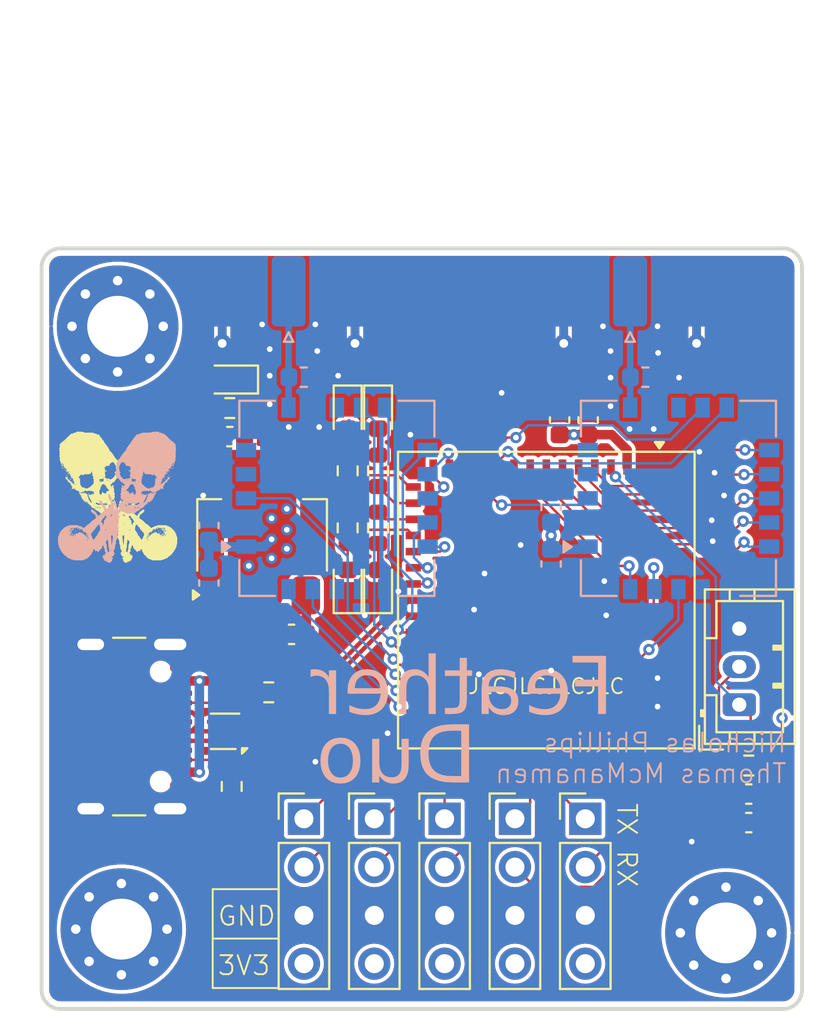
<source format=kicad_pcb>
(kicad_pcb (version 20240108) (generator "pcbnew") (generator_version "8.0")
  (layers (0 "F.Cu" signal) (1 "In1.Cu" signal) (2 "In2.Cu" signal) (31 "B.Cu" signal) (34 "B.Paste" user) (35 "F.Paste" user) (36 "B.SilkS" user "B.Silkscreen") (37 "F.SilkS" user "F.Silkscreen") (38 "B.Mask" user) (39 "F.Mask" user) (44 "Edge.Cuts" user))
  (net 0 "")
  (net 1 "GND")
  (net 2 "+3V3")
  (net 3 "/RESET")
  (net 4 "/BOOT")
  (net 5 "+5V")
  (net 6 "Net-(D101-A)")
  (net 7 "Net-(D102-A)")
  (net 8 "Net-(D103-A)")
  (net 9 "Net-(D104-A)")
  (net 11 "/D+")
  (net 13 "/D-")
  (net 16 "Net-(J201-In)")
  (net 17 "Net-(J301-In)")
  (net 18 "/E22_RXEN_1")
  (net 19 "/LED_RED")
  (net 20 "/LED_ORANGE")
  (net 21 "/LED_GREEN")
  (net 22 "/LED_BLUE")
  (net 23 "/E22_DI01_0")
  (net 24 "/E22_DI03_1")
  (net 25 "/E22_BUSY_0")
  (net 26 "/E22_TXEN_1")
  (net 27 "/E22_DI02_1")
  (net 28 "/E22_RESET_0")
  (net 29 "/E22_BUSY_1")
  (net 30 "/E22_RESET_1")
  (net 31 "/E22_CS_0")
  (net 32 "/E22_TXEN_0")
  (net 33 "/E22_CS_1")
  (net 34 "/E22_DI01_1")
  (net 35 "/E22_DI03_0")
  (net 36 "/E22_DI02_0")
  (net 37 "/E22_RXEN_0")
  (net 38 "/USB_D+")
  (net 39 "/USB_D-")
  (net 49 "Net-(D105-A)")
  (net 50 "/SPI_SCK_0")
  (net 51 "/SPI_SCK_1")
  (net 52 "/SPI_MISO_0")
  (net 53 "/SPI_MOSI_0")
  (net 54 "/SPI_MOSI_1")
  (net 55 "/SPI_MISO_1")
  (net 56 "/TX")
  (net 57 "/RX")
  (net 82 "Net-(J106-CC2)")
  (net 83 "Net-(J106-CC1)")
  (net 85 "/IO35")
  (net 86 "/IO36")
  (net 87 "/IO40")
  (net 88 "/IO39")
  (net 89 "/IO38")
  (net 90 "/IO37")
  (net 91 "/IO46")
  (net 92 "/IO41")
  (footprint "MountingHole:MountingHole_3.2mm_M3_Pad_Via" (layer "F.Cu") (at 156 89)
    (property "Reference" "H101" (hide yes))
    (property "Value" "M3" (hide yes))
  )
  (footprint "LED_SMD:LED_0603_1608Metric" (layer "F.Cu") (at 137.7 61.7 -90)
    (property "Reference" "D103" (hide yes))
    (property "Value" "GREEN LED")
  )
  (footprint "Capacitor_SMD:C_0603_1608Metric" (layer "F.Cu") (at 129.9 62.9 180)
    (property "Reference" "C106" (hide yes))
    (property "Value" "22uF")
  )
  (footprint "Resistor_SMD:R_0603_1608Metric" (layer "F.Cu") (at 137.7 64.7 90)
    (property "Reference" "R104" (hide yes))
    (property "Value" "1k")
  )
  (footprint "LED_SMD:LED_0603_1608Metric" (layer "F.Cu") (at 136.1 70.7 90)
    (property "Reference" "D101" (hide yes))
    (property "Value" "RED LED")
  )
  (footprint "Resistor_SMD:R_0603_1608Metric" (layer "F.Cu") (at 129.9 61.4 180)
    (property "Reference" "R108" (hide yes))
    (property "Value" "1k")
  )
  (footprint "Package_DFN_QFN:ST_UQFN-6L_1.5x1.7mm_P0.5mm" (layer "F.Cu") (at 129.65 78.4 180)
    (property "Reference" "U102" (hide yes))
    (property "Value" "ECMF02-2AMX6")
  )
  (footprint "Resistor_SMD:R_0603_1608Metric" (layer "F.Cu") (at 136.1 67.7 -90)
    (property "Reference" "R102" (hide yes))
    (property "Value" "1k")
  )
  (footprint "Resistor_SMD:R_0603_1608Metric" (layer "F.Cu") (at 157.2 80.2 180)
    (property "Reference" "R101" (hide yes))
    (property "Value" "20k")
  )
  (footprint "memes:doot" (layer "F.Cu") (at 124 66.1)
    (property "Reference" "G***" (hide yes))
    (property "Value" "LOGO" (hide yes))
  )
  (footprint "LED_SMD:LED_0603_1608Metric" (layer "F.Cu") (at 136.1 61.7 -90)
    (property "Reference" "D104" (hide yes))
    (property "Value" "BLUE LED")
  )
  (footprint "Capacitor_SMD:C_0603_1608Metric" (layer "F.Cu") (at 147.25 62.025 -90)
    (property "Reference" "C102" (hide yes))
    (property "Value" "0.1uF")
  )
  (footprint "LED_SMD:LED_0603_1608Metric" (layer "F.Cu") (at 129.9 59.9 180)
    (property "Reference" "D105" (hide yes))
    (property "Value" "RED LED")
  )
  (footprint "Resistor_SMD:R_0603_1608Metric" (layer "F.Cu") (at 131.95 76.35)
    (property "Reference" "R106" (hide yes))
    (property "Value" "5.1k")
  )
  (footprint "Connector_PinHeader_2.54mm:PinHeader_1x04_P2.54mm_Vertical" (layer "F.Cu") (at 144.9 83)
    (property "Reference" "J105" (hide yes))
    (property "Value" "Conn_01x04")
  )
  (footprint "Connector_PinHeader_2.54mm:PinHeader_1x04_P2.54mm_Vertical" (layer "F.Cu") (at 148.6 83)
    (property "Reference" "J107" (hide yes))
    (property "Value" "Conn_01x04")
  )
  (footprint "Capacitor_SMD:C_0603_1608Metric" (layer "F.Cu") (at 133.15 73.3 180)
    (property "Reference" "C105" (hide yes))
    (property "Value" "10uF")
  )
  (footprint "Connector_PinHeader_2.54mm:PinHeader_1x04_P2.54mm_Vertical" (layer "F.Cu") (at 137.5 83)
    (property "Reference" "J102" (hide yes))
    (property "Value" "Conn_01x04")
  )
  (footprint "Capacitor_SMD:C_0603_1608Metric" (layer "F.Cu") (at 148.75 62.025 -90)
    (property "Reference" "C101" (hide yes))
    (property "Value" "22uF")
  )
  (footprint "Resistor_SMD:R_0603_1608Metric" (layer "F.Cu") (at 136.1 64.7 90)
    (property "Reference" "R105" (hide yes))
    (property "Value" "1k")
  )
  (footprint "Resistor_SMD:R_0603_1608Metric" (layer "F.Cu") (at 130 81.3 -90)
    (property "Reference" "R107" (hide yes))
    (property "Value" "5.1k")
  )
  (footprint "Connector_USB:USB_C_Receptacle_GCT_USB4105-xx-A_16P_TopMnt_Horizontal" (layer "F.Cu") (at 123.66 78.15 -90)
    (property "Reference" "J106" (hide yes))
    (property "Value" "USB4105-GF-A")
  )
  (footprint "Resistor_SMD:R_0603_1608Metric" (layer "F.Cu") (at 137.7 67.7 -90)
    (property "Reference" "R103" (hide yes))
    (property "Value" "1k")
  )
  (footprint "Connector_PinHeader_2.54mm:PinHeader_1x04_P2.54mm_Vertical" (layer "F.Cu") (at 133.8 83)
    (property "Reference" "J101" (hide yes))
    (property "Value" "Conn_01x04")
  )
  (footprint "LED_SMD:LED_0603_1608Metric" (layer "F.Cu") (at 137.7 70.7 90)
    (property "Reference" "D102" (hide yes))
    (property "Value" "ORANGE LED")
  )
  (footprint "Package_TO_SOT_SMD:SOT-223-3_TabPin2" (layer "F.Cu") (at 131.6 68.1 90)
    (property "Reference" "U103" (hide yes))
    (property "Value" "AMS1117-3.3")
  )
  (footprint "Connector_PinHeader_2.54mm:PinHeader_1x04_P2.54mm_Vertical" (layer "F.Cu") (at 141.2 83)
    (property "Reference" "J104" (hide yes))
    (property "Value" "Conn_01x04")
  )
  (footprint "Capacitor_SMD:C_0603_1608Metric" (layer "F.Cu") (at 157.2 83.2)
    (property "Reference" "C104" (hide yes))
    (property "Value" "1uF")
  )
  (footprint "MountingHole:MountingHole_3.2mm_M3_Pad_Via" (layer "F.Cu") (at 124.197056 88.802944)
    (property "Reference" "H103" (hide yes))
    (property "Value" "M3" (hide yes))
  )
  (footprint "Connector_JST:JST_PH_B3B-PH-K_1x03_P2.00mm_Vertical" (layer "F.Cu") (at 156.7 77 90)
    (property "Reference" "J103" (hide yes))
    (property "Value" "Conn_01x03")
  )
  (footprint "MountingHole:MountingHole_3.2mm_M3_Pad_Via" (layer "F.Cu") (at 124 57.1)
    (property "Reference" "H102" (hide yes))
    (property "Value" "M3")
  )
  (footprint "Capacitor_SMD:C_0603_1608Metric" (layer "F.Cu") (at 157.2 81.7)
    (property "Reference" "C103" (hide yes))
    (property "Value" "1uF")
  )
  (footprint "RF_Module:ESP32-S2-MINI-1U" (layer "F.Cu") (at 146.55 71.5 -90)
    (property "Reference" "U101" (hide yes))
    (property "Value" "ESP32-S3-MINI-1U")
  )
  (footprint "Capacitor_SMD:C_0603_1608Metric" (layer "B.Cu") (at 128.8 70.6 -90)
    (property "Reference" "C302" (hide yes))
    (property "Value" "10nF")
  )
  (footprint "Capacitor_SMD:C_0603_1608Metric" (layer "B.Cu") (at 146.8 66.625 90)
    (property "Reference" "C201" (hide yes))
    (property "Value" "10uF")
  )
  (footprint "memes:doot" (layer "B.Cu") (at 124 66.1 180)
    (property "Reference" "G***" (hide yes))
    (property "Value" "LOGO" (hide yes))
  )
  (footprint "Connector_Coaxial:SMA_Molex_73251-2120_EdgeMount_Horizontal" (layer "B.Cu") (at 150.96 55.015 90)
    (property "Reference" "J201" (hide yes))
    (property "Value" "SMA")
  )
  (footprint "Inductor_SMD:L_0603_1608Metric" (layer "B.Cu") (at 133.7925 59.775)
    (property "Reference" "L301" (hide yes))
    (property "Value" "330nH")
  )
  (footprint "Inductor_SMD:L_0603_1608Metric" (layer "B.Cu") (at 151.76 59.775)
    (property "Reference" "L201" (hide yes))
    (property "Value" "330nH")
  )
  (footprint "RF_Module_Ebyte:E22-400MM22S" (layer "B.Cu") (at 135.5325 66.1478)
    (property "Reference" "U301" (hide yes))
    (property "Value" "E22-400MM22S")
  )
  (footprint "Capacitor_SMD:C_0603_1608Metric" (layer "B.Cu") (at 128.8 67.575 90)
    (property "Reference" "C301" (hide yes))
    (property "Value" "10uF")
  )
  (footprint "Connector_Coaxial:SMA_Molex_73251-2120_EdgeMount_Horizontal" (layer "B.Cu") (at 132.9925 55.015 90)
    (property "Reference" "J301" (hide yes))
    (property "Value" "SMA")
  )
  (footprint "RF_Module_Ebyte:E22-400MM22S" (layer "B.Cu") (at 153.5 66.1478)
    (property "Reference" "U201" (hide yes))
    (property "Value" "E22-400MM22S")
  )
  (footprint "Capacitor_SMD:C_0603_1608Metric" (layer "B.Cu") (at 146.8 69.6 -90)
    (property "Reference" "C202" (hide yes))
    (property "Value" "10nF")
  )
  (gr_line (start 129 86.7) (end 132.4 86.7) (stroke (width 0.1)) (layer "F.SilkS"))
  (gr_line (start 132.4 89.3) (end 129 89.3) (stroke (width 0.1)) (layer "F.SilkS"))
  (gr_line (start 129 86.7) (end 129 89.3) (stroke (width 0.1)) (layer "F.SilkS"))
  (gr_line (start 132.4 91.9) (end 129 91.9) (stroke (width 0.1)) (layer "F.SilkS"))
  (gr_line (start 129 89.3) (end 129 91.9) (stroke (width 0.1)) (layer "F.SilkS"))
  (gr_line (start 160 92) (end 160 54) (stroke (width 0.2)) (layer "Edge.Cuts"))
  (gr_line (start 120 54) (end 120 92) (stroke (width 0.2)) (layer "Edge.Cuts"))
  (gr_line (start 121 93) (end 159 93) (stroke (width 0.2)) (layer "Edge.Cuts"))
  (gr_line (start 159 53) (end 121 53) (stroke (width 0.2)) (layer "Edge.Cuts"))
  (gr_arc (start 121 93) (mid 120.292893 92.707107) (end 120 92) (stroke (width 0.2)) (layer "Edge.Cuts"))
  (gr_arc (start 120 54) (mid 120.292893 53.292893) (end 121 53) (stroke (width 0.2)) (layer "Edge.Cuts"))
  (gr_arc (start 160 92) (mid 159.707107 92.707107) (end 159 93) (stroke (width 0.2)) (layer "Edge.Cuts"))
  (gr_arc (start 159 53) (mid 159.707107 53.292893) (end 160 54) (stroke (width 0.2)) (layer "Edge.Cuts"))
  (gr_text "Duo" (at 142.9 81.6 0) (layer "B.SilkS") (effects (font (size 3 3) (thickness 0.1)) (justify left bottom mirror)))
  (gr_text "Nicholas Phillips\nThomas McManamen" (at 159.25 81.2 0) (layer "B.SilkS") (effects (font (size 1 1) (thickness 0.1)) (justify left bottom mirror)))
  (gr_text "Feather" (at 150.1 78 0) (layer "B.SilkS") (effects (font (size 3 3) (thickness 0.1)) (justify left bottom mirror)))
  (gr_text "3V3\n" (at 129.2 91.3 -0) (layer "F.SilkS") (effects (font (size 1 1) (thickness 0.1)) (justify left bottom)))
  (gr_text "TX RX" (at 150.2 82.1 -90) (layer "F.SilkS") (effects (font (size 1 1) (thickness 0.1)) (justify left bottom)))
  (gr_text "JLCJLCJLCJLC" (at 146.55 76.5 0) (layer "F.SilkS") (effects (font (size 0.8 0.8) (thickness 0.1)) (justify bottom)))
  (gr_text "GND" (at 129.2 88.7 -0) (layer "F.SilkS") (effects (font (size 1 1) (thickness 0.1)) (justify left bottom)))
  (via (at 155.3 68.4) (size 0.6) (drill 0.3) (layers "F.Cu" "B.Cu") (net 1))
  (via (at 152.4 75.6) (size 0.6) (drill 0.3) (layers "F.Cu" "B.Cu") (net 1))
  (via (at 134.5 58.4) (size 0.6) (drill 0.3) (layers "F.Cu" "B.Cu") (net 1))
  (via (at 132 61.2) (size 0.6) (drill 0.3) (layers "F.Cu" "B.Cu") (net 1))
  (via (at 149.53 57.1) (size 0.6) (drill 0.3) (layers "F.Cu" "B.Cu") (net 1))
  (via (at 144.2 60.6) (size 0.6) (drill 0.3) (layers "F.Cu" "B.Cu") (net 1))
  (via (at 152.2 62.5) (size 0.6) (drill 0.3) (layers "F.Cu" "B.Cu") (net 1))
  (via (at 154.6 63.7) (size 0.6) (drill 0.3) (layers "F.Cu" "B.Cu") (net 1))
  (via (at 154.2 84.2) (size 0.6) (drill 0.3) (layers "F.Cu" "B.Cu") (net 1))
  (via (at 149.7 72.3) (size 0.6) (drill 0.3) (layers "F.Cu" "B.Cu") (net 1))
  (via (at 150.93 62.5) (size 0.6) (drill 0.3) (layers "F.Cu" "B.Cu") (net 1))
  (via (at 153.53 59.8) (size 0.6) (drill 0.3) (layers "F.Cu" "B.Cu") (net 1))
  (via (at 132 58.3) (size 0.6) (drill 0.3) (layers "F.Cu" "B.Cu") (net 1))
  (via (at 149.93 58.4) (size 0.6) (drill 0.3) (layers "F.Cu" "B.Cu") (net 1))
  (via (at 142.75 72) (size 0.6) (drill 0.3) (layers "F.Cu" "B.Cu") (net 1))
  (via (at 134.4 80) (size 0.6) (drill 0.3) (layers "F.Cu" "B.Cu") (net 1))
  (via (at 143 75.4) (size 0.6) (drill 0.3) (layers "F.Cu" "B.Cu") (net 1))
  (via (at 152.43 58.5) (size 0.6) (drill 0.3) (layers "F.Cu" "B.Cu") (net 1))
  (via (at 155.9 66) (size 0.6) (drill 0.3) (layers "F.Cu" "B.Cu") (net 1))
  (via (at 128.5 66) (size 0.6) (drill 0.3) (layers "F.Cu" "B.Cu") (net 1))
  (via (at 145.2 68.6) (size 0.6) (drill 0.3) (layers "F.Cu" "B.Cu") (net 1))
  (via (at 155.25 67.3) (size 0.6) (drill 0.3) (layers "F.Cu" "B.Cu") (net 1))
  (via (at 135.6 59.7) (size 0.6) (drill 0.3) (layers "F.Cu" "B.Cu") (net 1))
  (via (at 149.93 61.3) (size 0.6) (drill 0.3) (layers "F.Cu" "B.Cu") (net 1))
  (via (at 137 72.3) (size 0.6) (drill 0.3) (layers "F.Cu" "B.Cu") (net 1))
  (via (at 149.6 70.5) (size 0.6) (drill 0.3) (layers "F.Cu" "B.Cu") (net 1))
  (via (at 143.3 70.1) (size 0.6) (drill 0.3) (layers "F.Cu" "B.Cu") (net 1))
  (via (at 134.4 57) (size 0.6) (drill 0.3) (layers "F.Cu" "B.Cu") (net 1))
  (via (at 133 62.4) (size 0.6) (drill 0.3) (layers "F.Cu" "B.Cu") (net 1))
  (via (at 132 59.7) (size 0.6) (drill 0.3) (layers "F.Cu" "B.Cu") (net 1))
  (via (at 146.8 75.2) (size 0.6) (drill 0.3) (layers "F.Cu" "B.Cu") (net 1))
  (via (at 155.4 64.8) (size 0.6) (drill 0.3) (layers "F.Cu" "B.Cu") (net 1))
  (via (at 138.2 78.5) (size 0.6) (drill 0.3) (layers "F.Cu" "B.Cu") (net 1))
  (via (at 134.6 62.4) (size 0.6) (drill 0.3) (layers "F.Cu" "B.Cu") (net 1))
  (via (at 131.6 57) (size 0.6) (drill 0.3) (layers "F.Cu" "B.Cu") (net 1))
  (via (at 138.766615 71.038007) (size 0.6) (drill 0.3) (layers "F.Cu" "B.Cu") (net 1))
  (via (at 149.93 59.8) (size 0.6) (drill 0.3) (layers "F.Cu" "B.Cu") (net 1))
  (via (at 152.4 77.1) (size 0.6) (drill 0.3) (layers "F.Cu" "B.Cu") (net 1))
  (via (at 152.4 57.1) (size 0.6) (drill 0.3) (layers "F.Cu" "B.Cu") (net 1))
  (via (at 139.4 62.8) (size 0.6) (drill 0.3) (layers "F.Cu" "B.Cu") (net 1))
  (segment (start 150.8 63.6) (end 150.8 64.5) (width 0.5) (layer "F.Cu") (net 2))
  (segment (start 130.675 62.9) (end 130.675 61.425) (width 0.5) (layer "F.Cu") (net 2))
  (segment (start 130.675 64.025) (end 131.6 64.95) (width 0.5) (layer "F.Cu") (net 2))
  (segment (start 130.675 62.9) (end 130.675 64.025) (width 0.5) (layer "F.Cu") (net 2))
  (segment (start 130.675 61.425) (end 130.7 61.4) (width 0.127) (layer "F.Cu") (net 2))
  (segment (start 158.95 77.7) (end 158.95 79.275) (width 0.127) (layer "F.Cu") (net 2))
  (segment (start 158.95 79.275) (end 158.025 80.2) (width 0.127) (layer "F.Cu") (net 2))
  (segment (start 148 62.8) (end 148.75 62.8) (width 0.5) (layer "F.Cu") (net 2))
  (segment (start 150 62.8) (end 150.8 63.6) (width 0.5) (layer "F.Cu") (net 2))
  (segment (start 147.25 62.8) (end 148 62.8) (width 0.5) (layer "F.Cu") (net 2))
  (segment (start 148.75 62.8) (end 150 62.8) (width 0.5) (layer "F.Cu") (net 2))
  (via (at 158.95 77.7) (size 0.6) (drill 0.3) (layers "F.Cu" "B.Cu") (net 2))
  (via (at 132.1 69.3) (size 0.6) (drill 0.3) (layers "F.Cu" "B.Cu") (net 2))
  (via (at 132.9 67.8) (size 0.6) (drill 0.3) (layers "F.Cu" "B.Cu") (net 2))
  (via (at 146.8 68.1) (size 0.6) (drill 0.3) (layers "F.Cu" "B.Cu") (net 2))
  (via (at 132.1 67.2) (size 0.6) (drill 0.3) (layers "F.Cu" "B.Cu") (net 2))
  (via (at 148 62.8) (size 0.6) (drill 0.3) (layers "F.Cu" "B.Cu") (net 2))
  (via (at 132.9 68.8) (size 0.6) (drill 0.3) (layers "F.Cu" "B.Cu") (net 2))
  (via (at 132.9 66.7) (size 0.6) (drill 0.3) (layers "F.Cu" "B.Cu") (net 2))
  (via (at 130.9 69.7) (size 0.6) (drill 0.3) (layers "F.Cu" "B.Cu") (net 2))
  (via (at 132.1 68.3) (size 0.6) (drill 0.3) (layers "F.Cu" "B.Cu") (net 2))
  (segment (start 146.8 68.825) (end 148.59 68.825) (width 0.5) (layer "B.Cu") (net 2))
  (segment (start 146.8 68.1) (end 146.8 68.825) (width 0.5) (layer "B.Cu") (net 2))
  (segment (start 131.7122 68.6878) (end 132.1 68.3) (width 0.5) (layer "B.Cu") (net 2))
  (segment (start 128.8 69.825) (end 128.8 68.35) (width 0.5) (layer "B.Cu") (net 2))
  (segment (start 130.7597 68.6878) (end 131.7122 68.6878) (width 0.5) (layer "B.Cu") (net 2))
  (segment (start 130.7475 68.7) (end 130.7597 68.6878) (width 0.5) (layer "B.Cu") (net 2))
  (segment (start 129.15 68.7) (end 130.7475 68.7) (width 0.5) (layer "B.Cu") (net 2))
  (segment (start 146.8 68.1) (end 146.8 67.4) (width 0.5) (layer "B.Cu") (net 2))
  (segment (start 128.8 68.35) (end 129.15 68.7) (width 0.5) (layer "B.Cu") (net 2))
  (segment (start 148.59 68.825) (end 148.7272 68.6878) (width 0.5) (layer "B.Cu") (net 2))
  (segment (start 155.6345 79.4595) (end 156.375 80.2) (width 0.127) (layer "F.Cu") (net 3))
  (segment (start 156.375 80.2) (end 156.375 80.275) (width 0.127) (layer "F.Cu") (net 3))
  (segment (start 156.7 75) (end 155.6345 76.0655) (width 0.127) (layer "F.Cu") (net 3))
  (segment (start 155.6345 76.0655) (end 155.6345 79.4595) (width 0.127) (layer "F.Cu") (net 3))
  (segment (start 152.5 78.631) (end 152.5 78.5) (width 0.127) (layer "F.Cu") (net 3))
  (segment (start 154.069 80.2) (end 152.5 78.631) (width 0.127) (layer "F.Cu") (net 3))
  (segment (start 156.375 80.275) (end 156.425 80.325) (width 0.127) (layer "F.Cu") (net 3))
  (segment (start 156.375 80.2) (end 154.069 80.2) (width 0.127) (layer "F.Cu") (net 3))
  (segment (start 156.425 80.325) (end 156.425 81.7) (width 0.127) (layer "F.Cu") (net 3))
  (segment (start 156.7 77) (end 157.3 77.6) (width 0.127) (layer "F.Cu") (net 4))
  (segment (start 149.95 64.5) (end 149.95 64.772224) (width 0.127) (layer "F.Cu") (net 4))
  (segment (start 157.3 77.6) (end 157.3 82.325) (width 0.127) (layer "F.Cu") (net 4))
  (segment (start 157.3 82.325) (end 156.425 83.2) (width 0.127) (layer "F.Cu") (net 4))
  (segment (start 149.95 64.772224) (end 150.187277 65.009501) (width 0.127) (layer "F.Cu") (net 4))
  (via (at 150.187277 65.009501) (size 0.6) (drill 0.3) (layers "F.Cu" "B.Cu") (net 4))
  (segment (start 155.4681 70.290324) (end 155.4681 75.7681) (width 0.127) (layer "B.Cu") (net 4))
  (segment (start 150.187277 65.009501) (end 155.4681 70.290324) (width 0.127) (layer "B.Cu") (net 4))
  (segment (start 155.4681 75.7681) (end 156.7 77) (width 0.127) (layer "B.Cu") (net 4))
  (segment (start 128.3 75.75) (end 127.34 75.75) (width 0.5) (layer "F.Cu") (net 5))
  (segment (start 132.325 74.9) (end 133.925 73.3) (width 0.5) (layer "F.Cu") (net 5))
  (segment (start 128.3 75.75) (end 129.9 75.75) (width 0.5) (layer "F.Cu") (net 5))
  (segment (start 127.34 80.55) (end 128.3 80.55) (width 0.5) (layer "F.Cu") (net 5))
  (segment (start 133.925 73.3) (end 133.925 71.275) (width 0.5) (layer "F.Cu") (net 5))
  (segment (start 129.9 75.75) (end 130.75 74.9) (width 0.5) (layer "F.Cu") (net 5))
  (segment (start 133.925 71.275) (end 133.9 71.25) (width 0.5) (layer "F.Cu") (net 5))
  (segment (start 130.75 74.9) (end 132.325 74.9) (width 0.5) (layer "F.Cu") (net 5))
  (via (at 128.3 80.55) (size 0.6) (drill 0.3) (layers "F.Cu" "B.Cu") (net 5))
  (via (at 128.3 75.75) (size 0.6) (drill 0.3) (layers "F.Cu" "B.Cu") (net 5))
  (segment (start 128.3 80.55) (end 128.3 75.75) (width 0.5) (layer "B.Cu") (net 5))
  (segment (start 136.1 69.9125) (end 136.1 68.525) (width 0.127) (layer "F.Cu") (net 6))
  (segment (start 137.7 69.9125) (end 137.7 68.525) (width 0.127) (layer "F.Cu") (net 7))
  (segment (start 137.7 63.875) (end 137.7 62.4875) (width 0.127) (layer "F.Cu") (net 8))
  (segment (start 136.1 63.875) (end 136.1 62.4875) (width 0.127) (layer "F.Cu") (net 9))
  (segment (start 126.5 78.658) (end 126.742 78.9) (width 0.23) (layer "F.Cu") (net 11))
  (segment (start 127.35 77.9) (end 126.775001 77.9) (width 0.23) (layer "F.Cu") (net 11))
  (segment (start 126.5 78.175001) (end 126.5 78.658) (width 0.23) (layer "F.Cu") (net 11))
  (segment (start 126.742 78.9) (end 129 78.9) (width 0.23) (layer "F.Cu") (net 11))
  (segment (start 126.775001 77.9) (end 126.5 78.175001) (width 0.23) (layer "F.Cu") (net 11))
  (segment (start 127.35 77.4) (end 127.924999 77.4) (width 0.23) (layer "F.Cu") (net 13))
  (segment (start 128.167 78.108384) (end 127.875384 78.4) (width 0.23) (layer "F.Cu") (net 13))
  (segment (start 127.875384 78.4) (end 129 78.4) (width 0.23) (layer "F.Cu") (net 13))
  (segment (start 127.34 78.4) (end 127.875384 78.4) (width 0.23) (layer "F.Cu") (net 13))
  (segment (start 127.924999 77.4) (end 128.167 77.642001) (width 0.23) (layer "F.Cu") (net 13))
  (segment (start 128.167 77.642001) (end 128.167 78.108384) (width 0.23) (layer "F.Cu") (net 13))
  (segment (start 150.96 61.375) (end 150.96 55.265) (width 0.3493) (layer "B.Cu") (net 16))
  (segment (start 132.9925 61.375) (end 132.9925 55.265) (width 0.3493) (layer "B.Cu") (net 17))
  (segment (start 138.9 73.2) (end 138.759471 73.059471) (width 0.127) (layer "F.Cu") (net 18))
  (segment (start 139.55 73.2) (end 138.9 73.2) (width 0.127) (layer "F.Cu") (net 18))
  (via (at 138.759471 73.059471) (size 0.6) (drill 0.3) (layers "F.Cu" "B.Cu") (net 18))
  (segment (start 138.759471 73.059471) (end 139.5 72.318942) (width 0.127) (layer "B.Cu") (net 18))
  (segment (start 139.5 72.318942) (end 139.5 70.5) (width 0.127) (layer "B.Cu") (net 18))
  (segment (start 139.5 70.5) (end 138.25 69.25) (width 0.127) (layer "B.Cu") (net 18))
  (segment (start 138.25 61.5525) (end 138.0725 61.375) (width 0.127) (layer "B.Cu") (net 18))
  (segment (start 138.25 69.25) (end 138.25 61.5525) (width 0.127) (layer "B.Cu") (net 18))
  (segment (start 137.025 67.8) (end 136.1 66.875) (width 0.127) (layer "F.Cu") (net 19))
  (segment (start 139.25 67.8) (end 137.025 67.8) (width 0.127) (layer "F.Cu") (net 19))
  (segment (start 139.55 68.1) (end 139.25 67.8) (width 0.127) (layer "F.Cu") (net 19))
  (segment (start 139.55 67.25) (end 138.075 67.25) (width 0.127) (layer "F.Cu") (net 20))
  (segment (start 138.075 67.25) (end 137.7 66.875) (width 0.127) (layer "F.Cu") (net 20))
  (segment (start 139.55 66.4) (end 138.575 66.4) (width 0.127) (layer "F.Cu") (net 21))
  (segment (start 138.575 66.4) (end 137.7 65.525) (width 0.127) (layer "F.Cu") (net 21))
  (segment (start 139.35 65.55) (end 138.7345 64.9345) (width 0.127) (layer "F.Cu") (net 22))
  (segment (start 136.6905 64.9345) (end 136.1 65.525) (width 0.127) (layer "F.Cu") (net 22))
  (segment (start 139.55 65.55) (end 139.35 65.55) (width 0.127) (layer "F.Cu") (net 22))
  (segment (start 138.7345 64.9345) (end 136.6905 64.9345) (width 0.127) (layer "F.Cu") (net 22))
  (segment (start 150.9 69.7) (end 149.9 69.7) (width 0.127) (layer "F.Cu") (net 23))
  (segment (start 144.85 64.65) (end 144.85 64.5) (width 0.127) (layer "F.Cu") (net 23))
  (segment (start 149.9 69.7) (end 144.85 64.65) (width 0.127) (layer "F.Cu") (net 23))
  (via (at 150.9 69.7) (size 0.6) (drill 0.3) (layers "F.Cu" "B.Cu") (net 23))
  (segment (start 150.96 69.76) (end 150.9 69.7) (width 0.127) (layer "B.Cu") (net 23))
  (segment (start 150.96 70.9206) (end 150.96 69.76) (width 0.127) (layer "B.Cu") (net 23))
  (segment (start 139.55 75.75) (end 138.95 75.75) (width 0.127) (layer "F.Cu") (net 24))
  (segment (start 138.95 75.75) (end 138.6 75.4) (width 0.127) (layer "F.Cu") (net 24))
  (via (at 138.6 75.4) (size 0.6) (drill 0.3) (layers "F.Cu" "B.Cu") (net 24))
  (segment (start 135.5325 72.3325) (end 135.5325 70.9206) (width 0.127) (layer "B.Cu") (net 24))
  (segment (start 138.6 75.4) (end 135.5325 72.3325) (width 0.127) (layer "B.Cu") (net 24))
  (segment (start 152.619 65.5) (end 152.9595 65.1595) (width 0.127) (layer "F.Cu") (net 25))
  (segment (start 149.9 65.5) (end 152.619 65.5) (width 0.127) (layer "F.Cu") (net 25))
  (segment (start 149.1 64.7) (end 149.9 65.5) (width 0.127) (layer "F.Cu") (net 25))
  (segment (start 155.631 63.6) (end 157 63.6) (width 0.127) (layer "F.Cu") (net 25))
  (segment (start 152.9595 65.1595) (end 154.0715 65.1595) (width 0.127) (layer "F.Cu") (net 25))
  (segment (start 154.0715 65.1595) (end 155.631 63.6) (width 0.127) (layer "F.Cu") (net 25))
  (segment (start 149.1 64.5) (end 149.1 64.7) (width 0.127) (layer "F.Cu") (net 25))
  (via (at 157 63.6) (size 0.6) (drill 0.3) (layers "F.Cu" "B.Cu") (net 25))
  (segment (start 157 63.6) (end 157.0078 63.6078) (width 0.127) (layer "B.Cu") (net 25))
  (segment (start 157.0078 63.6078) (end 158.2728 63.6078) (width 0.127) (layer "B.Cu") (net 25))
  (segment (start 138.75 74.05) (end 138.4 73.7) (width 0.127) (layer "F.Cu") (net 26))
  (segment (start 139.55 74.05) (end 138.75 74.05) (width 0.127) (layer "F.Cu") (net 26))
  (via (at 138.4 73.7) (size 0.6) (drill 0.3) (layers "F.Cu" "B.Cu") (net 26))
  (segment (start 138.4 73.7) (end 137.5006 72.8006) (width 0.127) (layer "B.Cu") (net 26))
  (segment (start 137.5006 72.8006) (end 137.5006 62.0731) (width 0.127) (layer "B.Cu") (net 26))
  (segment (start 137.5006 62.0731) (end 136.8025 61.375) (width 0.127) (layer "B.Cu") (net 26))
  (segment (start 138.993672 76.6) (end 138.646836 76.253164) (width 0.127) (layer "F.Cu") (net 27))
  (segment (start 139.55 76.6) (end 138.993672 76.6) (width 0.127) (layer "F.Cu") (net 27))
  (via (at 138.646836 76.253164) (size 0.6) (drill 0.3) (layers "F.Cu" "B.Cu") (net 27))
  (segment (start 134.2625 71.868828) (end 134.2625 70.9206) (width 0.127) (layer "B.Cu") (net 27))
  (segment (start 138.646836 76.253164) (end 134.2625 71.868828) (width 0.127) (layer "B.Cu") (net 27))
  (segment (start 144.2 66.5) (end 144.1 66.5) (width 0.127) (layer "F.Cu") (net 28))
  (segment (start 142.3 64.7) (end 142.3 64.5) (width 0.127) (layer "F.Cu") (net 28))
  (segment (start 144.1 66.5) (end 142.3 64.7) (width 0.127) (layer "F.Cu") (net 28))
  (via (at 144.2 66.5) (size 0.6) (drill 0.3) (layers "F.Cu" "B.Cu") (net 28))
  (segment (start 148.6794 66.1) (end 148.7272 66.1478) (width 0.127) (layer "B.Cu") (net 28))
  (segment (start 144.2095 66.4905) (end 148.3845 66.4905) (width 0.127) (layer "B.Cu") (net 28))
  (segment (start 144.2 66.5) (end 144.2095 66.4905) (width 0.127) (layer "B.Cu") (net 28))
  (segment (start 148.3845 66.4905) (end 148.7272 66.1478) (width 0.127) (layer "B.Cu") (net 28))
  (segment (start 140.25 70.65) (end 140.3 70.6) (width 0.127) (layer "F.Cu") (net 29))
  (segment (start 139.55 70.65) (end 140.25 70.65) (width 0.127) (layer "F.Cu") (net 29))
  (via (at 140.3 70.6) (size 0.6) (drill 0.3) (layers "F.Cu" "B.Cu") (net 29))
  (segment (start 140.3 70.6) (end 139 69.3) (width 0.127) (layer "B.Cu") (net 29))
  (segment (start 139 64.9131) (end 140.3053 63.6078) (width 0.127) (layer "B.Cu") (net 29))
  (segment (start 139 69.3) (end 139 64.9131) (width 0.127) (layer "B.Cu") (net 29))
  (segment (start 139.55 74.9) (end 138.8 74.9) (width 0.127) (layer "F.Cu") (net 30))
  (segment (start 138.8 74.9) (end 138.5 74.6) (width 0.127) (layer "F.Cu") (net 30))
  (via (at 138.5 74.6) (size 0.6) (drill 0.3) (layers "F.Cu" "B.Cu") (net 30))
  (segment (start 133.041472 66.1478) (end 130.7597 66.1478) (width 0.127) (layer "B.Cu") (net 30))
  (segment (start 136.1044 69.210728) (end 133.041472 66.1478) (width 0.127) (layer "B.Cu") (net 30))
  (segment (start 136.1044 72.2044) (end 136.1044 69.210728) (width 0.127) (layer "B.Cu") (net 30))
  (segment (start 138.5 74.6) (end 136.1044 72.2044) (width 0.127) (layer "B.Cu") (net 30))
  (segment (start 154.1 67.7095) (end 154.2405 67.85) (width 0.127) (layer "F.Cu") (net 31))
  (segment (start 146.55 64.631) (end 149.6285 67.7095) (width 0.127) (layer "F.Cu") (net 31))
  (segment (start 146.55 64.5) (end 146.55 64.631) (width 0.127) (layer "F.Cu") (net 31))
  (segment (start 156.4 67.85) (end 156.9 67.35) (width 0.127) (layer "F.Cu") (net 31))
  (segment (start 149.6285 67.7095) (end 154.1 67.7095) (width 0.127) (layer "F.Cu") (net 31))
  (segment (start 154.2405 67.85) (end 156.4 67.85) (width 0.127) (layer "F.Cu") (net 31))
  (via (at 156.9 67.35) (size 0.6) (drill 0.3) (layers "F.Cu" "B.Cu") (net 31))
  (segment (start 156.9 67.35) (end 156.9678 67.4178) (width 0.127) (layer "B.Cu") (net 31))
  (segment (start 156.9678 67.4178) (end 158.2728 67.4178) (width 0.127) (layer "B.Cu") (net 31))
  (segment (start 143.15 64.3) (end 144.5 62.95) (width 0.127) (layer "F.Cu") (net 32))
  (segment (start 144.5 62.95) (end 144.95 62.95) (width 0.127) (layer "F.Cu") (net 32))
  (segment (start 143.15 64.5) (end 143.15 64.3) (width 0.127) (layer "F.Cu") (net 32))
  (via (at 144.95 62.95) (size 0.6) (drill 0.3) (layers "F.Cu" "B.Cu") (net 32))
  (segment (start 144.95 62.95) (end 145.5905 62.3095) (width 0.127) (layer "B.Cu") (net 32))
  (segment (start 153.095 63.05) (end 154.77 61.375) (width 0.127) (layer "B.Cu") (net 32))
  (segment (start 150.045828 62.3095) (end 150.786328 63.05) (width 0.127) (layer "B.Cu") (net 32))
  (segment (start 150.786328 63.05) (end 153.095 63.05) (width 0.127) (layer "B.Cu") (net 32))
  (segment (start 145.5905 62.3095) (end 150.045828 62.3095) (width 0.127) (layer "B.Cu") (net 32))
  (segment (start 139.55 69.8) (end 140.3 69.8) (width 0.127) (layer "F.Cu") (net 33))
  (via (at 140.3 69.8) (size 0.6) (drill 0.3) (layers "F.Cu" "B.Cu") (net 33))
  (segment (start 139.583801 68.139299) (end 140.3053 67.4178) (width 0.127) (layer "B.Cu") (net 33))
  (segment (start 140.124101 69.8) (end 139.583801 69.2597) (width 0.127) (layer "B.Cu") (net 33))
  (segment (start 139.583801 69.2597) (end 139.583801 68.139299) (width 0.127) (layer "B.Cu") (net 33))
  (segment (start 140.3 69.8) (end 140.124101 69.8) (width 0.127) (layer "B.Cu") (net 33))
  (segment (start 139.15 77.45) (end 138.8 77.1) (width 0.127) (layer "F.Cu") (net 34))
  (segment (start 139.55 77.45) (end 139.15 77.45) (width 0.127) (layer "F.Cu") (net 34))
  (via (at 138.8 77.1) (size 0.6) (drill 0.3) (layers "F.Cu" "B.Cu") (net 34))
  (segment (start 132.9925 71.2925) (end 132.9925 70.9206) (width 0.127) (layer "B.Cu") (net 34))
  (segment (start 138.8 77.1) (end 132.9925 71.2925) (width 0.127) (layer "B.Cu") (net 34))
  (segment (start 149.1 76.95) (end 151.95 74.1) (width 0.127) (layer "F.Cu") (net 35))
  (segment (start 149.1 78.5) (end 149.1 76.95) (width 0.127) (layer "F.Cu") (net 35))
  (via (at 151.95 74.1) (size 0.6) (drill 0.3) (layers "F.Cu" "B.Cu") (net 35))
  (segment (start 153.5 72.55) (end 153.5 70.9206) (width 0.127) (layer "B.Cu") (net 35))
  (segment (start 151.95 74.1) (end 153.5 72.55) (width 0.127) (layer "B.Cu") (net 35))
  (segment (start 146.55 78.3) (end 152.2 72.65) (width 0.127) (layer "F.Cu") (net 36))
  (segment (start 152.2 72.65) (end 152.2 69.8) (width 0.127) (layer "F.Cu") (net 36))
  (segment (start 146.55 78.5) (end 146.55 78.3) (width 0.127) (layer "F.Cu") (net 36))
  (via (at 152.2 69.8) (size 0.6) (drill 0.3) (layers "F.Cu" "B.Cu") (net 36))
  (segment (start 152.2 70.8906) (end 152.23 70.9206) (width 0.127) (layer "B.Cu") (net 36))
  (segment (start 152.2 69.8) (end 152.2 70.8906) (width 0.127) (layer "B.Cu") (net 36))
  (segment (start 144 64.222122) (end 144 64.5) (width 0.127) (layer "F.Cu") (net 37))
  (segment (start 144.532694 63.689428) (end 144 64.222122) (width 0.127) (layer "F.Cu") (net 37))
  (via (at 144.532694 63.689428) (size 0.6) (drill 0.3) (layers "F.Cu" "B.Cu") (net 37))
  (segment (start 156.04 61.375) (end 153.1091 64.3059) (width 0.127) (layer "B.Cu") (net 37))
  (segment (start 145.149166 64.3059) (end 144.532694 63.689428) (width 0.127) (layer "B.Cu") (net 37))
  (segment (start 153.1091 64.3059) (end 145.149166 64.3059) (width 0.127) (layer "B.Cu") (net 37))
  (segment (start 138.898938 72.1035) (end 139.1035 72.1035) (width 0.23) (layer "F.Cu") (net 38))
  (segment (start 139.35 72.35) (end 139.55 72.35) (width 0.23) (layer "F.Cu") (net 38))
  (segment (start 130.750001 78.9) (end 130.821501 78.8285) (width 0.23) (layer "F.Cu") (net 38))
  (segment (start 130.821501 78.8285) (end 132.173938 78.8285) (width 0.23) (layer "F.Cu") (net 38))
  (segment (start 132.173938 78.8285) (end 138.898938 72.1035) (width 0.23) (layer "F.Cu") (net 38))
  (segment (start 130.3 78.9) (end 130.750001 78.9) (width 0.23) (layer "F.Cu") (net 38))
  (segment (start 139.1035 72.1035) (end 139.35 72.35) (width 0.23) (layer "F.Cu") (net 38))
  (segment (start 130.821501 78.4715) (end 132.026062 78.4715) (width 0.23) (layer "F.Cu") (net 39))
  (segment (start 130.3 78.4) (end 130.750001 78.4) (width 0.23) (layer "F.Cu") (net 39))
  (segment (start 139.1035 71.7465) (end 139.35 71.5) (width 0.23) (layer "F.Cu") (net 39))
  (segment (start 138.751062 71.7465) (end 139.1035 71.7465) (width 0.23) (layer "F.Cu") (net 39))
  (segment (start 130.750001 78.4) (end 130.821501 78.4715) (width 0.23) (layer "F.Cu") (net 39))
  (segment (start 132.026062 78.4715) (end 138.751062 71.7465) (width 0.23) (layer "F.Cu") (net 39))
  (segment (start 139.35 71.5) (end 139.55 71.5) (width 0.23) (layer "F.Cu") (net 39))
  (segment (start 129.075 59.9) (end 129.075 61.375) (width 0.127) (layer "F.Cu") (net 49))
  (segment (start 129.075 61.375) (end 129.05 61.4) (width 0.127) (layer "F.Cu") (net 49))
  (segment (start 129.2125 60.1) (end 129.2 60.1125) (width 0.127) (layer "F.Cu") (net 49))
  (segment (start 145.7 64.631) (end 149.6285 68.5595) (width 0.127) (layer "F.Cu") (net 50))
  (segment (start 154.581 69) (end 156.4 69) (width 0.127) (layer "F.Cu") (net 50))
  (segment (start 149.6285 68.5595) (end 154.1405 68.5595) (width 0.127) (layer "F.Cu") (net 50))
  (segment (start 145.7 64.5) (end 145.7 64.631) (width 0.127) (layer "F.Cu") (net 50))
  (segment (start 154.1405 68.5595) (end 154.581 69) (width 0.127) (layer "F.Cu") (net 50))
  (segment (start 156.4 69) (end 156.95 68.45) (width 0.127) (layer "F.Cu") (net 50))
  (via (at 156.95 68.45) (size 0.6) (drill 0.3) (layers "F.Cu" "B.Cu") (net 50))
  (segment (start 156.95 68.45) (end 157.1878 68.6878) (width 0.127) (layer "B.Cu") (net 50))
  (segment (start 157.1878 68.6878) (end 158.2728 68.6878) (width 0.127) (layer "B.Cu") (net 50))
  (segment (start 140.95 68.95) (end 141.2 68.7) (width 0.127) (layer "F.Cu") (net 51))
  (segment (start 139.55 68.95) (end 140.95 68.95) (width 0.127) (layer "F.Cu") (net 51))
  (via (at 141.2 68.7) (size 0.6) (drill 0.3) (layers "F.Cu" "B.Cu") (net 51))
  (segment (start 140.3175 68.7) (end 140.3053 68.6878) (width 0.127) (layer "B.Cu") (net 51))
  (segment (start 141.2 68.7) (end 140.3175 68.7) (width 0.127) (layer "B.Cu") (net 51))
  (segment (start 149.537618 65.9405) (end 155.0095 65.9405) (width 0.127) (layer "F.Cu") (net 52))
  (segment (start 155.0095 65.9405) (end 156.05 64.9) (width 0.127) (layer "F.Cu") (net 52))
  (segment (start 156.05 64.9) (end 156.95 64.9) (width 0.127) (layer "F.Cu") (net 52))
  (segment (start 148.25 64.5) (end 148.25 64.652882) (width 0.127) (layer "F.Cu") (net 52))
  (segment (start 148.25 64.652882) (end 149.537618 65.9405) (width 0.127) (layer "F.Cu") (net 52))
  (via (at 156.95 64.9) (size 0.6) (drill 0.3) (layers "F.Cu" "B.Cu") (net 52))
  (segment (start 156.9722 64.8778) (end 158.2728 64.8778) (width 0.127) (layer "B.Cu") (net 52))
  (segment (start 156.95 64.9) (end 156.9722 64.8778) (width 0.127) (layer "B.Cu") (net 52))
  (segment (start 156.3095 66.7905) (end 156.95 66.15) (width 0.127) (layer "F.Cu") (net 53))
  (segment (start 147.4 64.55) (end 149.6405 66.7905) (width 0.127) (layer "F.Cu") (net 53))
  (segment (start 147.4 64.5) (end 147.4 64.55) (width 0.127) (layer "F.Cu") (net 53))
  (segment (start 149.6405 66.7905) (end 156.3095 66.7905) (width 0.127) (layer "F.Cu") (net 53))
  (via (at 156.95 66.15) (size 0.6) (drill 0.3) (layers "F.Cu" "B.Cu") (net 53))
  (segment (start 156.95 66.15) (end 156.9522 66.1478) (width 0.127) (layer "B.Cu") (net 53))
  (segment (start 156.9522 66.1478) (end 158.2728 66.1478) (width 0.127) (layer "B.Cu") (net 53))
  (segment (start 141.151616 65.547133) (end 140.6 64.995517) (width 0.127) (layer "F.Cu") (net 54))
  (segment (start 140.6 64.995517) (end 140.6 64.5) (width 0.127) (layer "F.Cu") (net 54))
  (via (at 141.151616 65.547133) (size 0.6) (drill 0.3) (layers "F.Cu" "B.Cu") (net 54))
  (segment (start 140.3053 66.1478) (end 140.550949 66.1478) (width 0.127) (layer "B.Cu") (net 54))
  (segment (start 140.550949 66.1478) (end 141.151616 65.547133) (width 0.127) (layer "B.Cu") (net 54))
  (segment (start 141.4 64.45) (end 141.45 64.5) (width 0.127) (layer "F.Cu") (net 55))
  (segment (start 141.4 63.7831) (end 141.4 64.45) (width 0.127) (layer "F.Cu") (net 55))
  (via (at 141.4 63.7831) (size 0.6) (drill 0.3) (layers "F.Cu" "B.Cu") (net 55))
  (segment (start 141.4 63.7831) (end 140.3053 64.8778) (width 0.127) (layer "B.Cu") (net 55))
  (segment (start 147.4 81.8) (end 148.6 83) (width 0.127) (layer "F.Cu") (net 56))
  (segment (start 147.4 78.5) (end 147.4 81.8) (width 0.127) (layer "F.Cu") (net 56))
  (segment (start 148.25 80.2595) (end 150 82.0095) (width 0.127) (layer "F.Cu") (net 57))
  (segment (start 148.25 78.5) (end 148.25 80.2595) (width 0.127) (layer "F.Cu") (net 57))
  (segment (start 150 82.0095) (end 150 84.14) (width 0.127) (layer "F.Cu") (net 57))
  (segment (start 150 84.14) (end 148.6 85.54) (width 0.127) (layer "F.Cu") (net 57))
  (segment (start 129.425 79.9) (end 130 80.475) (width 0.127) (layer "F.Cu") (net 82))
  (segment (start 127.34 79.9) (end 129.425 79.9) (width 0.127) (layer "F.Cu") (net 82))
  (segment (start 127.34 76.9) (end 130.575 76.9) (width 0.127) (layer "F.Cu") (net 83))
  (segment (start 130.575 76.9) (end 131.125 76.35) (width 0.127) (layer "F.Cu") (net 83))
  (segment (start 140.6 78.631) (end 140.6 78.5) (width 0.127) (layer "F.Cu") (net 85))
  (segment (start 137.7095 79.0905) (end 140.1405 79.0905) (width 0.127) (layer "F.Cu") (net 85))
  (segment (start 133.8 83) (end 137.7095 79.0905) (width 0.127) (layer "F.Cu") (net 85))
  (segment (start 140.1405 79.0905) (end 140.6 78.631) (width 0.127) (layer "F.Cu") (net 85))
  (segment (start 141.45 78.631) (end 140.281 79.8) (width 0.127) (layer "F.Cu") (net 86))
  (segment (start 135.6 82.5) (end 135.6 83.74) (width 0.127) (layer "F.Cu") (net 86))
  (segment (start 135.6 83.74) (end 133.8 85.54) (width 0.127) (layer "F.Cu") (net 86))
  (segment (start 141.45 78.5) (end 141.45 78.631) (width 0.127) (layer "F.Cu") (net 86))
  (segment (start 140.281 79.8) (end 138.3 79.8) (width 0.127) (layer "F.Cu") (net 86))
  (segment (start 138.3 79.8) (end 135.6 82.5) (width 0.127) (layer "F.Cu") (net 86))
  (segment (start 144.85 78.7) (end 142.5 81.05) (width 0.127) (layer "F.Cu") (net 87))
  (segment (start 142.5 81.05) (end 142.5 84.24) (width 0.127) (layer "F.Cu") (net 87))
  (segment (start 142.5 84.24) (end 141.2 85.54) (width 0.127) (layer "F.Cu") (net 87))
  (segment (start 144.85 78.5) (end 144.85 78.7) (width 0.127) (layer "F.Cu") (net 87))
  (segment (start 144 78.7) (end 141.2 81.5) (width 0.127) (layer "F.Cu") (net 88))
  (segment (start 144 78.5) (end 144 78.7) (width 0.127) (layer "F.Cu") (net 88))
  (segment (start 141.2 81.5) (end 141.2 83) (width 0.127) (layer "F.Cu") (net 88))
  (segment (start 143.15 78.5) (end 143.15 78.7) (width 0.127) (layer "F.Cu") (net 89))
  (segment (start 138.9 84.14) (end 137.5 85.54) (width 0.127) (layer "F.Cu") (net 89))
  (segment (start 143.15 78.7) (end 138.9 82.95) (width 0.127) (layer "F.Cu") (net 89))
  (segment (start 138.9 82.95) (end 138.9 84.14) (width 0.127) (layer "F.Cu") (net 89))
  (segment (start 138 83) (end 137.5 83) (width 0.127) (layer "F.Cu") (net 90))
  (segment (start 142.3 78.7) (end 138 83) (width 0.127) (layer "F.Cu") (net 90))
  (segment (start 142.3 78.5) (end 142.3 78.7) (width 0.127) (layer "F.Cu") (net 90))
  (segment (start 151.65 83.96149) (end 149.03099 86.5805) (width 0.127) (layer "F.Cu") (net 91))
  (segment (start 149.03099 86.5805) (end 145.9405 86.5805) (width 0.127) (layer "F.Cu") (net 91))
  (segment (start 145.9405 86.5805) (end 144.9 85.54) (width 0.127) (layer "F.Cu") (net 91))
  (segment (start 151.65 78.5) (end 151.65 83.96149) (width 0.127) (layer "F.Cu") (net 91))
  (segment (start 145.7 82.2) (end 144.9 83) (width 0.127) (layer "F.Cu") (net 92))
  (segment (start 145.7 78.5) (end 145.7 82.2) (width 0.127) (layer "F.Cu") (net 92))
  (zone (net 2) (net_name "+3V3") (layer "F.Cu") (priority 2) (connect_pads yes (clearance 0.2)) (min_thickness 0.2) (fill yes (thermal_gap 0.2) (thermal_bridge_width 0.2))
    (polygon (pts (xy 129.8 63.6) (xy 129.8 66.076723) (xy 129.8 69.776723) (xy 131 72.276723) (xy 132.3 72.276723) (xy 133.4 69.876723) (xy 133.4 63.6)))
  )
  (zone (net 1) (net_name "GND") (layers "F.Cu" "In2.Cu" "B.Cu") (connect_pads yes (clearance 0.2)) (min_thickness 0.2) (fill yes (thermal_gap 0.2) (thermal_bridge_width 0.2))
    (polygon (pts (xy 120 53) (xy 120 93) (xy 160 93) (xy 160 53)))
  )
)
</source>
